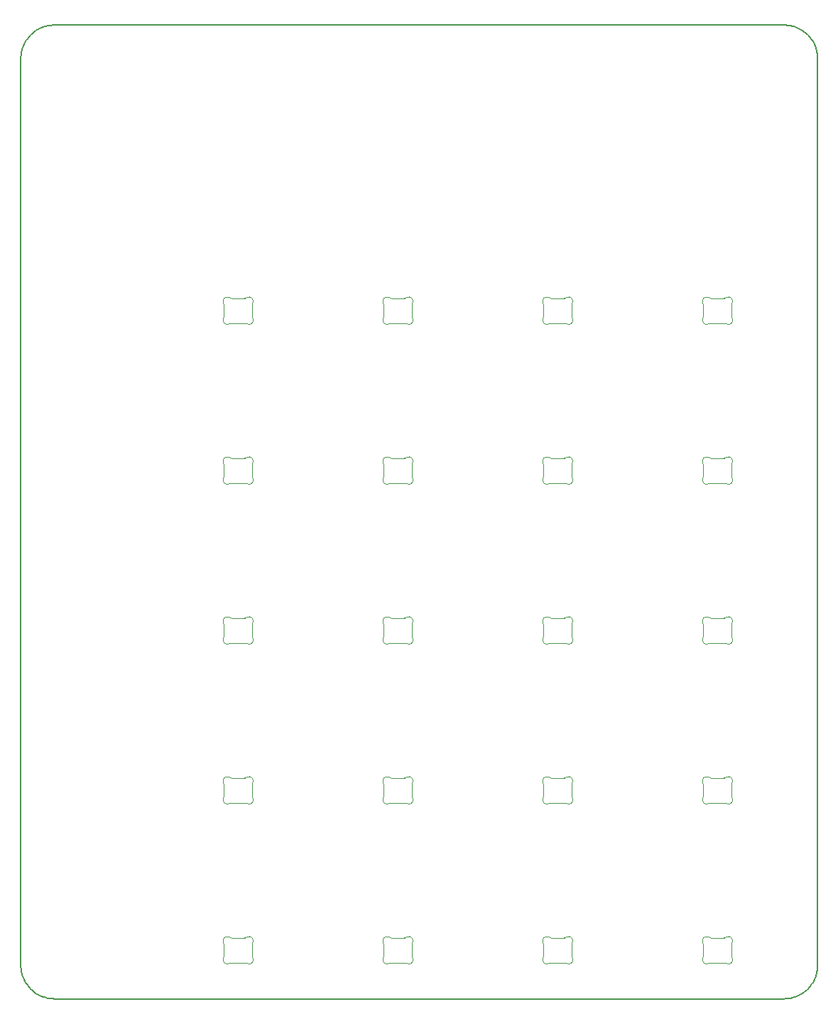
<source format=gbr>
%TF.GenerationSoftware,KiCad,Pcbnew,8.0.5*%
%TF.CreationDate,2024-11-15T15:43:02-05:00*%
%TF.ProjectId,bytesized_macropad,62797465-7369-47a6-9564-5f6d6163726f,rev?*%
%TF.SameCoordinates,Original*%
%TF.FileFunction,Profile,NP*%
%FSLAX46Y46*%
G04 Gerber Fmt 4.6, Leading zero omitted, Abs format (unit mm)*
G04 Created by KiCad (PCBNEW 8.0.5) date 2024-11-15 15:43:02*
%MOMM*%
%LPD*%
G01*
G04 APERTURE LIST*
%TA.AperFunction,Profile*%
%ADD10C,0.200000*%
%TD*%
%TA.AperFunction,Profile*%
%ADD11C,0.100000*%
%TD*%
G04 APERTURE END LIST*
D10*
X182128348Y-30752514D02*
X182325351Y-30767171D01*
X182520680Y-30791434D01*
X182714006Y-30825167D01*
X182905003Y-30868234D01*
X183093342Y-30920499D01*
X183278696Y-30981826D01*
X183460736Y-31052080D01*
X183639134Y-31131125D01*
X183813564Y-31218825D01*
X183983697Y-31315044D01*
X184149205Y-31419646D01*
X184309760Y-31532495D01*
X184465034Y-31653457D01*
X184614700Y-31782394D01*
X184758430Y-31919172D01*
X184895207Y-32062901D01*
X185024144Y-32212567D01*
X185145106Y-32367841D01*
X185257955Y-32528396D01*
X185362557Y-32693904D01*
X185458775Y-32864036D01*
X185546475Y-33038465D01*
X185625519Y-33216864D01*
X185695773Y-33398904D01*
X185757100Y-33584257D01*
X185809364Y-33772596D01*
X185852431Y-33963592D01*
X185886164Y-34156918D01*
X185910426Y-34352247D01*
X185925084Y-34549249D01*
X185930000Y-34747598D01*
X185930000Y-142747602D01*
X185925084Y-142945950D01*
X185910426Y-143142953D01*
X185886164Y-143338281D01*
X185852431Y-143531607D01*
X185809364Y-143722603D01*
X185757100Y-143910942D01*
X185695773Y-144096295D01*
X185625519Y-144278335D01*
X185546475Y-144456733D01*
X185458775Y-144631163D01*
X185362557Y-144801296D01*
X185257955Y-144966804D01*
X185145106Y-145127359D01*
X185024144Y-145282634D01*
X184895207Y-145432301D01*
X184758430Y-145576032D01*
X184614700Y-145712810D01*
X184465034Y-145841749D01*
X184309760Y-145962710D01*
X184149205Y-146075560D01*
X183983697Y-146180162D01*
X183813564Y-146276381D01*
X183639134Y-146364080D01*
X183460736Y-146443124D01*
X183278696Y-146513377D01*
X183093342Y-146574704D01*
X182905003Y-146626968D01*
X182714006Y-146670034D01*
X182520680Y-146703766D01*
X182325351Y-146728029D01*
X182128348Y-146742686D01*
X181930000Y-146747602D01*
X94930000Y-146747602D01*
X94731651Y-146742686D01*
X94534648Y-146728029D01*
X94339320Y-146703766D01*
X94145994Y-146670034D01*
X93954997Y-146626968D01*
X93766659Y-146574704D01*
X93581305Y-146513377D01*
X93399266Y-146443124D01*
X93220867Y-146364080D01*
X93046438Y-146276381D01*
X92876305Y-146180162D01*
X92710798Y-146075560D01*
X92550243Y-145962710D01*
X92394969Y-145841749D01*
X92245303Y-145712810D01*
X92101573Y-145576032D01*
X91964796Y-145432301D01*
X91835859Y-145282634D01*
X91714897Y-145127359D01*
X91602048Y-144966804D01*
X91497445Y-144801296D01*
X91401226Y-144631163D01*
X91313527Y-144456733D01*
X91234482Y-144278335D01*
X91164228Y-144096295D01*
X91102901Y-143910942D01*
X91050636Y-143722603D01*
X91007569Y-143531607D01*
X90973836Y-143338281D01*
X90949573Y-143142953D01*
X90934916Y-142945950D01*
X90930000Y-142747602D01*
X90930000Y-34747598D01*
X90934916Y-34549249D01*
X90949573Y-34352247D01*
X90973836Y-34156918D01*
X91007569Y-33963592D01*
X91050636Y-33772596D01*
X91102901Y-33584257D01*
X91164228Y-33398904D01*
X91234482Y-33216864D01*
X91313527Y-33038465D01*
X91401226Y-32864036D01*
X91497445Y-32693904D01*
X91602048Y-32528396D01*
X91714897Y-32367841D01*
X91835859Y-32212567D01*
X91964796Y-32062901D01*
X92101573Y-31919172D01*
X92245303Y-31782394D01*
X92394969Y-31653457D01*
X92550243Y-31532495D01*
X92710798Y-31419646D01*
X92876305Y-31315044D01*
X93046438Y-31218825D01*
X93220867Y-31131125D01*
X93399266Y-31052080D01*
X93581305Y-30981826D01*
X93766659Y-30920499D01*
X93954997Y-30868234D01*
X94145994Y-30825167D01*
X94339320Y-30791434D01*
X94534648Y-30767171D01*
X94731651Y-30752514D01*
X94930000Y-30747598D01*
X181930000Y-30747598D01*
X182128348Y-30752514D01*
D11*
%TO.C,LED14*%
X153240001Y-122622841D02*
X153240001Y-121217157D01*
X154145548Y-120420000D02*
X155734453Y-120420000D01*
X155734452Y-123419999D02*
X154145548Y-123419999D01*
X156639999Y-121217157D02*
X156639999Y-122622841D01*
X153190516Y-121000279D02*
G75*
G02*
X153240001Y-121217157I-450505J-216876D01*
G01*
X153190516Y-121000279D02*
G75*
G02*
X153893289Y-120351700I450515J216878D01*
G01*
X153240001Y-122622842D02*
G75*
G02*
X153190516Y-122839719I-499990J-1D01*
G01*
X153893289Y-123488296D02*
G75*
G02*
X153190516Y-122839719I-252258J431700D01*
G01*
X153893290Y-123488298D02*
G75*
G02*
X154145548Y-123419999I252261J-431710D01*
G01*
X154145547Y-120419999D02*
G75*
G02*
X153893289Y-120351700I3J500009D01*
G01*
X155734452Y-123419999D02*
G75*
G02*
X155986711Y-123488298I-2J-500011D01*
G01*
X155986711Y-120351701D02*
G75*
G02*
X155734453Y-120420000I-252261J431711D01*
G01*
X155986711Y-120351701D02*
G75*
G02*
X156689483Y-121000279I252259J-431699D01*
G01*
X156639999Y-121217156D02*
G75*
G02*
X156689482Y-121000278I499941J16D01*
G01*
X156689484Y-122839718D02*
G75*
G02*
X155986711Y-123488298I-450514J-216880D01*
G01*
X156689484Y-122839719D02*
G75*
G02*
X156640009Y-122622841I449916J216719D01*
G01*
%TO.C,LED9*%
X115140001Y-103572841D02*
X115140001Y-102167157D01*
X116045548Y-101370000D02*
X117634453Y-101370000D01*
X117634452Y-104369999D02*
X116045548Y-104369999D01*
X118539999Y-102167157D02*
X118539999Y-103572841D01*
X115090516Y-101950279D02*
G75*
G02*
X115140001Y-102167157I-450505J-216876D01*
G01*
X115090516Y-101950279D02*
G75*
G02*
X115793289Y-101301700I450515J216878D01*
G01*
X115140001Y-103572842D02*
G75*
G02*
X115090516Y-103789719I-499990J-1D01*
G01*
X115793289Y-104438296D02*
G75*
G02*
X115090516Y-103789719I-252258J431700D01*
G01*
X115793290Y-104438298D02*
G75*
G02*
X116045548Y-104369999I252261J-431710D01*
G01*
X116045547Y-101369999D02*
G75*
G02*
X115793289Y-101301700I3J500009D01*
G01*
X117634452Y-104369999D02*
G75*
G02*
X117886711Y-104438298I-2J-500011D01*
G01*
X117886711Y-101301701D02*
G75*
G02*
X117634453Y-101370000I-252261J431711D01*
G01*
X117886711Y-101301701D02*
G75*
G02*
X118589483Y-101950279I252259J-431699D01*
G01*
X118539999Y-102167156D02*
G75*
G02*
X118589482Y-101950278I499941J16D01*
G01*
X118589484Y-103789718D02*
G75*
G02*
X117886711Y-104438298I-450514J-216880D01*
G01*
X118589484Y-103789719D02*
G75*
G02*
X118540009Y-103572841I449916J216719D01*
G01*
%TO.C,LED20*%
X172290001Y-141672841D02*
X172290001Y-140267157D01*
X173195548Y-139470000D02*
X174784453Y-139470000D01*
X174784452Y-142469999D02*
X173195548Y-142469999D01*
X175689999Y-140267157D02*
X175689999Y-141672841D01*
X172240516Y-140050279D02*
G75*
G02*
X172290001Y-140267157I-450505J-216876D01*
G01*
X172240516Y-140050279D02*
G75*
G02*
X172943289Y-139401700I450515J216878D01*
G01*
X172290001Y-141672842D02*
G75*
G02*
X172240516Y-141889719I-499990J-1D01*
G01*
X172943289Y-142538296D02*
G75*
G02*
X172240516Y-141889719I-252258J431700D01*
G01*
X172943290Y-142538298D02*
G75*
G02*
X173195548Y-142469999I252261J-431710D01*
G01*
X173195547Y-139469999D02*
G75*
G02*
X172943289Y-139401700I3J500009D01*
G01*
X174784452Y-142469999D02*
G75*
G02*
X175036711Y-142538298I-2J-500011D01*
G01*
X175036711Y-139401701D02*
G75*
G02*
X174784453Y-139470000I-252261J431711D01*
G01*
X175036711Y-139401701D02*
G75*
G02*
X175739483Y-140050279I252259J-431699D01*
G01*
X175689999Y-140267156D02*
G75*
G02*
X175739482Y-140050278I499941J16D01*
G01*
X175739484Y-141889718D02*
G75*
G02*
X175036711Y-142538298I-450514J-216880D01*
G01*
X175739484Y-141889719D02*
G75*
G02*
X175690009Y-141672841I449916J216719D01*
G01*
%TO.C,LED3*%
X153240001Y-65472841D02*
X153240001Y-64067157D01*
X154145548Y-63270000D02*
X155734453Y-63270000D01*
X155734452Y-66269999D02*
X154145548Y-66269999D01*
X156639999Y-64067157D02*
X156639999Y-65472841D01*
X153190516Y-63850279D02*
G75*
G02*
X153240001Y-64067157I-450505J-216876D01*
G01*
X153190516Y-63850279D02*
G75*
G02*
X153893289Y-63201700I450515J216878D01*
G01*
X153240001Y-65472842D02*
G75*
G02*
X153190516Y-65689719I-499990J-1D01*
G01*
X153893289Y-66338296D02*
G75*
G02*
X153190516Y-65689719I-252258J431700D01*
G01*
X153893290Y-66338298D02*
G75*
G02*
X154145548Y-66269999I252261J-431710D01*
G01*
X154145547Y-63269999D02*
G75*
G02*
X153893289Y-63201700I3J500009D01*
G01*
X155734452Y-66269999D02*
G75*
G02*
X155986711Y-66338298I-2J-500011D01*
G01*
X155986711Y-63201701D02*
G75*
G02*
X155734453Y-63270000I-252261J431711D01*
G01*
X155986711Y-63201701D02*
G75*
G02*
X156689483Y-63850279I252259J-431699D01*
G01*
X156639999Y-64067156D02*
G75*
G02*
X156689482Y-63850278I499941J16D01*
G01*
X156689484Y-65689718D02*
G75*
G02*
X155986711Y-66338298I-450514J-216880D01*
G01*
X156689484Y-65689719D02*
G75*
G02*
X156640009Y-65472841I449916J216719D01*
G01*
%TO.C,LED6*%
X153240001Y-84522841D02*
X153240001Y-83117157D01*
X154145548Y-82320000D02*
X155734453Y-82320000D01*
X155734452Y-85319999D02*
X154145548Y-85319999D01*
X156639999Y-83117157D02*
X156639999Y-84522841D01*
X153190516Y-82900279D02*
G75*
G02*
X153240001Y-83117157I-450505J-216876D01*
G01*
X153190516Y-82900279D02*
G75*
G02*
X153893289Y-82251700I450515J216878D01*
G01*
X153240001Y-84522842D02*
G75*
G02*
X153190516Y-84739719I-499990J-1D01*
G01*
X153893289Y-85388296D02*
G75*
G02*
X153190516Y-84739719I-252258J431700D01*
G01*
X153893290Y-85388298D02*
G75*
G02*
X154145548Y-85319999I252261J-431710D01*
G01*
X154145547Y-82319999D02*
G75*
G02*
X153893289Y-82251700I3J500009D01*
G01*
X155734452Y-85319999D02*
G75*
G02*
X155986711Y-85388298I-2J-500011D01*
G01*
X155986711Y-82251701D02*
G75*
G02*
X155734453Y-82320000I-252261J431711D01*
G01*
X155986711Y-82251701D02*
G75*
G02*
X156689483Y-82900279I252259J-431699D01*
G01*
X156639999Y-83117156D02*
G75*
G02*
X156689482Y-82900278I499941J16D01*
G01*
X156689484Y-84739718D02*
G75*
G02*
X155986711Y-85388298I-450514J-216880D01*
G01*
X156689484Y-84739719D02*
G75*
G02*
X156640009Y-84522841I449916J216719D01*
G01*
%TO.C,LED11*%
X153240001Y-103572841D02*
X153240001Y-102167157D01*
X154145548Y-101370000D02*
X155734453Y-101370000D01*
X155734452Y-104369999D02*
X154145548Y-104369999D01*
X156639999Y-102167157D02*
X156639999Y-103572841D01*
X153190516Y-101950279D02*
G75*
G02*
X153240001Y-102167157I-450505J-216876D01*
G01*
X153190516Y-101950279D02*
G75*
G02*
X153893289Y-101301700I450515J216878D01*
G01*
X153240001Y-103572842D02*
G75*
G02*
X153190516Y-103789719I-499990J-1D01*
G01*
X153893289Y-104438296D02*
G75*
G02*
X153190516Y-103789719I-252258J431700D01*
G01*
X153893290Y-104438298D02*
G75*
G02*
X154145548Y-104369999I252261J-431710D01*
G01*
X154145547Y-101369999D02*
G75*
G02*
X153893289Y-101301700I3J500009D01*
G01*
X155734452Y-104369999D02*
G75*
G02*
X155986711Y-104438298I-2J-500011D01*
G01*
X155986711Y-101301701D02*
G75*
G02*
X155734453Y-101370000I-252261J431711D01*
G01*
X155986711Y-101301701D02*
G75*
G02*
X156689483Y-101950279I252259J-431699D01*
G01*
X156639999Y-102167156D02*
G75*
G02*
X156689482Y-101950278I499941J16D01*
G01*
X156689484Y-103789718D02*
G75*
G02*
X155986711Y-104438298I-450514J-216880D01*
G01*
X156689484Y-103789719D02*
G75*
G02*
X156640009Y-103572841I449916J216719D01*
G01*
%TO.C,LED5*%
X172290001Y-84522841D02*
X172290001Y-83117157D01*
X173195548Y-82320000D02*
X174784453Y-82320000D01*
X174784452Y-85319999D02*
X173195548Y-85319999D01*
X175689999Y-83117157D02*
X175689999Y-84522841D01*
X172240516Y-82900279D02*
G75*
G02*
X172290001Y-83117157I-450505J-216876D01*
G01*
X172240516Y-82900279D02*
G75*
G02*
X172943289Y-82251700I450515J216878D01*
G01*
X172290001Y-84522842D02*
G75*
G02*
X172240516Y-84739719I-499990J-1D01*
G01*
X172943289Y-85388296D02*
G75*
G02*
X172240516Y-84739719I-252258J431700D01*
G01*
X172943290Y-85388298D02*
G75*
G02*
X173195548Y-85319999I252261J-431710D01*
G01*
X173195547Y-82319999D02*
G75*
G02*
X172943289Y-82251700I3J500009D01*
G01*
X174784452Y-85319999D02*
G75*
G02*
X175036711Y-85388298I-2J-500011D01*
G01*
X175036711Y-82251701D02*
G75*
G02*
X174784453Y-82320000I-252261J431711D01*
G01*
X175036711Y-82251701D02*
G75*
G02*
X175739483Y-82900279I252259J-431699D01*
G01*
X175689999Y-83117156D02*
G75*
G02*
X175739482Y-82900278I499941J16D01*
G01*
X175739484Y-84739718D02*
G75*
G02*
X175036711Y-85388298I-450514J-216880D01*
G01*
X175739484Y-84739719D02*
G75*
G02*
X175690009Y-84522841I449916J216719D01*
G01*
%TO.C,LED17*%
X115140001Y-141672841D02*
X115140001Y-140267157D01*
X116045548Y-139470000D02*
X117634453Y-139470000D01*
X117634452Y-142469999D02*
X116045548Y-142469999D01*
X118539999Y-140267157D02*
X118539999Y-141672841D01*
X115090516Y-140050279D02*
G75*
G02*
X115140001Y-140267157I-450505J-216876D01*
G01*
X115090516Y-140050279D02*
G75*
G02*
X115793289Y-139401700I450515J216878D01*
G01*
X115140001Y-141672842D02*
G75*
G02*
X115090516Y-141889719I-499990J-1D01*
G01*
X115793289Y-142538296D02*
G75*
G02*
X115090516Y-141889719I-252258J431700D01*
G01*
X115793290Y-142538298D02*
G75*
G02*
X116045548Y-142469999I252261J-431710D01*
G01*
X116045547Y-139469999D02*
G75*
G02*
X115793289Y-139401700I3J500009D01*
G01*
X117634452Y-142469999D02*
G75*
G02*
X117886711Y-142538298I-2J-500011D01*
G01*
X117886711Y-139401701D02*
G75*
G02*
X117634453Y-139470000I-252261J431711D01*
G01*
X117886711Y-139401701D02*
G75*
G02*
X118589483Y-140050279I252259J-431699D01*
G01*
X118539999Y-140267156D02*
G75*
G02*
X118589482Y-140050278I499941J16D01*
G01*
X118589484Y-141889718D02*
G75*
G02*
X117886711Y-142538298I-450514J-216880D01*
G01*
X118589484Y-141889719D02*
G75*
G02*
X118540009Y-141672841I449916J216719D01*
G01*
%TO.C,LED16*%
X115140001Y-122622841D02*
X115140001Y-121217157D01*
X116045548Y-120420000D02*
X117634453Y-120420000D01*
X117634452Y-123419999D02*
X116045548Y-123419999D01*
X118539999Y-121217157D02*
X118539999Y-122622841D01*
X115090516Y-121000279D02*
G75*
G02*
X115140001Y-121217157I-450505J-216876D01*
G01*
X115090516Y-121000279D02*
G75*
G02*
X115793289Y-120351700I450515J216878D01*
G01*
X115140001Y-122622842D02*
G75*
G02*
X115090516Y-122839719I-499990J-1D01*
G01*
X115793289Y-123488296D02*
G75*
G02*
X115090516Y-122839719I-252258J431700D01*
G01*
X115793290Y-123488298D02*
G75*
G02*
X116045548Y-123419999I252261J-431710D01*
G01*
X116045547Y-120419999D02*
G75*
G02*
X115793289Y-120351700I3J500009D01*
G01*
X117634452Y-123419999D02*
G75*
G02*
X117886711Y-123488298I-2J-500011D01*
G01*
X117886711Y-120351701D02*
G75*
G02*
X117634453Y-120420000I-252261J431711D01*
G01*
X117886711Y-120351701D02*
G75*
G02*
X118589483Y-121000279I252259J-431699D01*
G01*
X118539999Y-121217156D02*
G75*
G02*
X118589482Y-121000278I499941J16D01*
G01*
X118589484Y-122839718D02*
G75*
G02*
X117886711Y-123488298I-450514J-216880D01*
G01*
X118589484Y-122839719D02*
G75*
G02*
X118540009Y-122622841I449916J216719D01*
G01*
%TO.C,LED13*%
X172290001Y-122622841D02*
X172290001Y-121217157D01*
X173195548Y-120420000D02*
X174784453Y-120420000D01*
X174784452Y-123419999D02*
X173195548Y-123419999D01*
X175689999Y-121217157D02*
X175689999Y-122622841D01*
X172240516Y-121000279D02*
G75*
G02*
X172290001Y-121217157I-450505J-216876D01*
G01*
X172240516Y-121000279D02*
G75*
G02*
X172943289Y-120351700I450515J216878D01*
G01*
X172290001Y-122622842D02*
G75*
G02*
X172240516Y-122839719I-499990J-1D01*
G01*
X172943289Y-123488296D02*
G75*
G02*
X172240516Y-122839719I-252258J431700D01*
G01*
X172943290Y-123488298D02*
G75*
G02*
X173195548Y-123419999I252261J-431710D01*
G01*
X173195547Y-120419999D02*
G75*
G02*
X172943289Y-120351700I3J500009D01*
G01*
X174784452Y-123419999D02*
G75*
G02*
X175036711Y-123488298I-2J-500011D01*
G01*
X175036711Y-120351701D02*
G75*
G02*
X174784453Y-120420000I-252261J431711D01*
G01*
X175036711Y-120351701D02*
G75*
G02*
X175739483Y-121000279I252259J-431699D01*
G01*
X175689999Y-121217156D02*
G75*
G02*
X175739482Y-121000278I499941J16D01*
G01*
X175739484Y-122839718D02*
G75*
G02*
X175036711Y-123488298I-450514J-216880D01*
G01*
X175739484Y-122839719D02*
G75*
G02*
X175690009Y-122622841I449916J216719D01*
G01*
%TO.C,LED1*%
X115140001Y-65472841D02*
X115140001Y-64067157D01*
X116045548Y-63270000D02*
X117634453Y-63270000D01*
X117634452Y-66269999D02*
X116045548Y-66269999D01*
X118539999Y-64067157D02*
X118539999Y-65472841D01*
X115090516Y-63850279D02*
G75*
G02*
X115140001Y-64067157I-450505J-216876D01*
G01*
X115090516Y-63850279D02*
G75*
G02*
X115793289Y-63201700I450515J216878D01*
G01*
X115140001Y-65472842D02*
G75*
G02*
X115090516Y-65689719I-499990J-1D01*
G01*
X115793289Y-66338296D02*
G75*
G02*
X115090516Y-65689719I-252258J431700D01*
G01*
X115793290Y-66338298D02*
G75*
G02*
X116045548Y-66269999I252261J-431710D01*
G01*
X116045547Y-63269999D02*
G75*
G02*
X115793289Y-63201700I3J500009D01*
G01*
X117634452Y-66269999D02*
G75*
G02*
X117886711Y-66338298I-2J-500011D01*
G01*
X117886711Y-63201701D02*
G75*
G02*
X117634453Y-63270000I-252261J431711D01*
G01*
X117886711Y-63201701D02*
G75*
G02*
X118589483Y-63850279I252259J-431699D01*
G01*
X118539999Y-64067156D02*
G75*
G02*
X118589482Y-63850278I499941J16D01*
G01*
X118589484Y-65689718D02*
G75*
G02*
X117886711Y-66338298I-450514J-216880D01*
G01*
X118589484Y-65689719D02*
G75*
G02*
X118540009Y-65472841I449916J216719D01*
G01*
%TO.C,LED2*%
X134190001Y-65472841D02*
X134190001Y-64067157D01*
X135095548Y-63270000D02*
X136684453Y-63270000D01*
X136684452Y-66269999D02*
X135095548Y-66269999D01*
X137589999Y-64067157D02*
X137589999Y-65472841D01*
X134140516Y-63850279D02*
G75*
G02*
X134190001Y-64067157I-450505J-216876D01*
G01*
X134140516Y-63850279D02*
G75*
G02*
X134843289Y-63201700I450515J216878D01*
G01*
X134190001Y-65472842D02*
G75*
G02*
X134140516Y-65689719I-499990J-1D01*
G01*
X134843289Y-66338296D02*
G75*
G02*
X134140516Y-65689719I-252258J431700D01*
G01*
X134843290Y-66338298D02*
G75*
G02*
X135095548Y-66269999I252261J-431710D01*
G01*
X135095547Y-63269999D02*
G75*
G02*
X134843289Y-63201700I3J500009D01*
G01*
X136684452Y-66269999D02*
G75*
G02*
X136936711Y-66338298I-2J-500011D01*
G01*
X136936711Y-63201701D02*
G75*
G02*
X136684453Y-63270000I-252261J431711D01*
G01*
X136936711Y-63201701D02*
G75*
G02*
X137639483Y-63850279I252259J-431699D01*
G01*
X137589999Y-64067156D02*
G75*
G02*
X137639482Y-63850278I499941J16D01*
G01*
X137639484Y-65689718D02*
G75*
G02*
X136936711Y-66338298I-450514J-216880D01*
G01*
X137639484Y-65689719D02*
G75*
G02*
X137590009Y-65472841I449916J216719D01*
G01*
%TO.C,LED4*%
X172290001Y-65472841D02*
X172290001Y-64067157D01*
X173195548Y-63270000D02*
X174784453Y-63270000D01*
X174784452Y-66269999D02*
X173195548Y-66269999D01*
X175689999Y-64067157D02*
X175689999Y-65472841D01*
X172240516Y-63850279D02*
G75*
G02*
X172290001Y-64067157I-450505J-216876D01*
G01*
X172240516Y-63850279D02*
G75*
G02*
X172943289Y-63201700I450515J216878D01*
G01*
X172290001Y-65472842D02*
G75*
G02*
X172240516Y-65689719I-499990J-1D01*
G01*
X172943289Y-66338296D02*
G75*
G02*
X172240516Y-65689719I-252258J431700D01*
G01*
X172943290Y-66338298D02*
G75*
G02*
X173195548Y-66269999I252261J-431710D01*
G01*
X173195547Y-63269999D02*
G75*
G02*
X172943289Y-63201700I3J500009D01*
G01*
X174784452Y-66269999D02*
G75*
G02*
X175036711Y-66338298I-2J-500011D01*
G01*
X175036711Y-63201701D02*
G75*
G02*
X174784453Y-63270000I-252261J431711D01*
G01*
X175036711Y-63201701D02*
G75*
G02*
X175739483Y-63850279I252259J-431699D01*
G01*
X175689999Y-64067156D02*
G75*
G02*
X175739482Y-63850278I499941J16D01*
G01*
X175739484Y-65689718D02*
G75*
G02*
X175036711Y-66338298I-450514J-216880D01*
G01*
X175739484Y-65689719D02*
G75*
G02*
X175690009Y-65472841I449916J216719D01*
G01*
%TO.C,LED10*%
X134190001Y-103572841D02*
X134190001Y-102167157D01*
X135095548Y-101370000D02*
X136684453Y-101370000D01*
X136684452Y-104369999D02*
X135095548Y-104369999D01*
X137589999Y-102167157D02*
X137589999Y-103572841D01*
X134140516Y-101950279D02*
G75*
G02*
X134190001Y-102167157I-450505J-216876D01*
G01*
X134140516Y-101950279D02*
G75*
G02*
X134843289Y-101301700I450515J216878D01*
G01*
X134190001Y-103572842D02*
G75*
G02*
X134140516Y-103789719I-499990J-1D01*
G01*
X134843289Y-104438296D02*
G75*
G02*
X134140516Y-103789719I-252258J431700D01*
G01*
X134843290Y-104438298D02*
G75*
G02*
X135095548Y-104369999I252261J-431710D01*
G01*
X135095547Y-101369999D02*
G75*
G02*
X134843289Y-101301700I3J500009D01*
G01*
X136684452Y-104369999D02*
G75*
G02*
X136936711Y-104438298I-2J-500011D01*
G01*
X136936711Y-101301701D02*
G75*
G02*
X136684453Y-101370000I-252261J431711D01*
G01*
X136936711Y-101301701D02*
G75*
G02*
X137639483Y-101950279I252259J-431699D01*
G01*
X137589999Y-102167156D02*
G75*
G02*
X137639482Y-101950278I499941J16D01*
G01*
X137639484Y-103789718D02*
G75*
G02*
X136936711Y-104438298I-450514J-216880D01*
G01*
X137639484Y-103789719D02*
G75*
G02*
X137590009Y-103572841I449916J216719D01*
G01*
%TO.C,LED21*%
X153240001Y-141672841D02*
X153240001Y-140267157D01*
X154145548Y-139470000D02*
X155734453Y-139470000D01*
X155734452Y-142469999D02*
X154145548Y-142469999D01*
X156639999Y-140267157D02*
X156639999Y-141672841D01*
X153190516Y-140050279D02*
G75*
G02*
X153240001Y-140267157I-450505J-216876D01*
G01*
X153190516Y-140050279D02*
G75*
G02*
X153893289Y-139401700I450515J216878D01*
G01*
X153240001Y-141672842D02*
G75*
G02*
X153190516Y-141889719I-499990J-1D01*
G01*
X153893289Y-142538296D02*
G75*
G02*
X153190516Y-141889719I-252258J431700D01*
G01*
X153893290Y-142538298D02*
G75*
G02*
X154145548Y-142469999I252261J-431710D01*
G01*
X154145547Y-139469999D02*
G75*
G02*
X153893289Y-139401700I3J500009D01*
G01*
X155734452Y-142469999D02*
G75*
G02*
X155986711Y-142538298I-2J-500011D01*
G01*
X155986711Y-139401701D02*
G75*
G02*
X155734453Y-139470000I-252261J431711D01*
G01*
X155986711Y-139401701D02*
G75*
G02*
X156689483Y-140050279I252259J-431699D01*
G01*
X156639999Y-140267156D02*
G75*
G02*
X156689482Y-140050278I499941J16D01*
G01*
X156689484Y-141889718D02*
G75*
G02*
X155986711Y-142538298I-450514J-216880D01*
G01*
X156689484Y-141889719D02*
G75*
G02*
X156640009Y-141672841I449916J216719D01*
G01*
%TO.C,LED8*%
X115140001Y-84522841D02*
X115140001Y-83117157D01*
X116045548Y-82320000D02*
X117634453Y-82320000D01*
X117634452Y-85319999D02*
X116045548Y-85319999D01*
X118539999Y-83117157D02*
X118539999Y-84522841D01*
X115090516Y-82900279D02*
G75*
G02*
X115140001Y-83117157I-450505J-216876D01*
G01*
X115090516Y-82900279D02*
G75*
G02*
X115793289Y-82251700I450515J216878D01*
G01*
X115140001Y-84522842D02*
G75*
G02*
X115090516Y-84739719I-499990J-1D01*
G01*
X115793289Y-85388296D02*
G75*
G02*
X115090516Y-84739719I-252258J431700D01*
G01*
X115793290Y-85388298D02*
G75*
G02*
X116045548Y-85319999I252261J-431710D01*
G01*
X116045547Y-82319999D02*
G75*
G02*
X115793289Y-82251700I3J500009D01*
G01*
X117634452Y-85319999D02*
G75*
G02*
X117886711Y-85388298I-2J-500011D01*
G01*
X117886711Y-82251701D02*
G75*
G02*
X117634453Y-82320000I-252261J431711D01*
G01*
X117886711Y-82251701D02*
G75*
G02*
X118589483Y-82900279I252259J-431699D01*
G01*
X118539999Y-83117156D02*
G75*
G02*
X118589482Y-82900278I499941J16D01*
G01*
X118589484Y-84739718D02*
G75*
G02*
X117886711Y-85388298I-450514J-216880D01*
G01*
X118589484Y-84739719D02*
G75*
G02*
X118540009Y-84522841I449916J216719D01*
G01*
%TO.C,LED18*%
X134190001Y-141672841D02*
X134190001Y-140267157D01*
X135095548Y-139470000D02*
X136684453Y-139470000D01*
X136684452Y-142469999D02*
X135095548Y-142469999D01*
X137589999Y-140267157D02*
X137589999Y-141672841D01*
X134140516Y-140050279D02*
G75*
G02*
X134190001Y-140267157I-450505J-216876D01*
G01*
X134140516Y-140050279D02*
G75*
G02*
X134843289Y-139401700I450515J216878D01*
G01*
X134190001Y-141672842D02*
G75*
G02*
X134140516Y-141889719I-499990J-1D01*
G01*
X134843289Y-142538296D02*
G75*
G02*
X134140516Y-141889719I-252258J431700D01*
G01*
X134843290Y-142538298D02*
G75*
G02*
X135095548Y-142469999I252261J-431710D01*
G01*
X135095547Y-139469999D02*
G75*
G02*
X134843289Y-139401700I3J500009D01*
G01*
X136684452Y-142469999D02*
G75*
G02*
X136936711Y-142538298I-2J-500011D01*
G01*
X136936711Y-139401701D02*
G75*
G02*
X136684453Y-139470000I-252261J431711D01*
G01*
X136936711Y-139401701D02*
G75*
G02*
X137639483Y-140050279I252259J-431699D01*
G01*
X137589999Y-140267156D02*
G75*
G02*
X137639482Y-140050278I499941J16D01*
G01*
X137639484Y-141889718D02*
G75*
G02*
X136936711Y-142538298I-450514J-216880D01*
G01*
X137639484Y-141889719D02*
G75*
G02*
X137590009Y-141672841I449916J216719D01*
G01*
%TO.C,LED7*%
X134190001Y-84522841D02*
X134190001Y-83117157D01*
X135095548Y-82320000D02*
X136684453Y-82320000D01*
X136684452Y-85319999D02*
X135095548Y-85319999D01*
X137589999Y-83117157D02*
X137589999Y-84522841D01*
X134140516Y-82900279D02*
G75*
G02*
X134190001Y-83117157I-450505J-216876D01*
G01*
X134140516Y-82900279D02*
G75*
G02*
X134843289Y-82251700I450515J216878D01*
G01*
X134190001Y-84522842D02*
G75*
G02*
X134140516Y-84739719I-499990J-1D01*
G01*
X134843289Y-85388296D02*
G75*
G02*
X134140516Y-84739719I-252258J431700D01*
G01*
X134843290Y-85388298D02*
G75*
G02*
X135095548Y-85319999I252261J-431710D01*
G01*
X135095547Y-82319999D02*
G75*
G02*
X134843289Y-82251700I3J500009D01*
G01*
X136684452Y-85319999D02*
G75*
G02*
X136936711Y-85388298I-2J-500011D01*
G01*
X136936711Y-82251701D02*
G75*
G02*
X136684453Y-82320000I-252261J431711D01*
G01*
X136936711Y-82251701D02*
G75*
G02*
X137639483Y-82900279I252259J-431699D01*
G01*
X137589999Y-83117156D02*
G75*
G02*
X137639482Y-82900278I499941J16D01*
G01*
X137639484Y-84739718D02*
G75*
G02*
X136936711Y-85388298I-450514J-216880D01*
G01*
X137639484Y-84739719D02*
G75*
G02*
X137590009Y-84522841I449916J216719D01*
G01*
%TO.C,LED12*%
X172290001Y-103572841D02*
X172290001Y-102167157D01*
X173195548Y-101370000D02*
X174784453Y-101370000D01*
X174784452Y-104369999D02*
X173195548Y-104369999D01*
X175689999Y-102167157D02*
X175689999Y-103572841D01*
X172240516Y-101950279D02*
G75*
G02*
X172290001Y-102167157I-450505J-216876D01*
G01*
X172240516Y-101950279D02*
G75*
G02*
X172943289Y-101301700I450515J216878D01*
G01*
X172290001Y-103572842D02*
G75*
G02*
X172240516Y-103789719I-499990J-1D01*
G01*
X172943289Y-104438296D02*
G75*
G02*
X172240516Y-103789719I-252258J431700D01*
G01*
X172943290Y-104438298D02*
G75*
G02*
X173195548Y-104369999I252261J-431710D01*
G01*
X173195547Y-101369999D02*
G75*
G02*
X172943289Y-101301700I3J500009D01*
G01*
X174784452Y-104369999D02*
G75*
G02*
X175036711Y-104438298I-2J-500011D01*
G01*
X175036711Y-101301701D02*
G75*
G02*
X174784453Y-101370000I-252261J431711D01*
G01*
X175036711Y-101301701D02*
G75*
G02*
X175739483Y-101950279I252259J-431699D01*
G01*
X175689999Y-102167156D02*
G75*
G02*
X175739482Y-101950278I499941J16D01*
G01*
X175739484Y-103789718D02*
G75*
G02*
X175036711Y-104438298I-450514J-216880D01*
G01*
X175739484Y-103789719D02*
G75*
G02*
X175690009Y-103572841I449916J216719D01*
G01*
%TO.C,LED15*%
X134190001Y-122622841D02*
X134190001Y-121217157D01*
X135095548Y-120420000D02*
X136684453Y-120420000D01*
X136684452Y-123419999D02*
X135095548Y-123419999D01*
X137589999Y-121217157D02*
X137589999Y-122622841D01*
X134140516Y-121000279D02*
G75*
G02*
X134190001Y-121217157I-450505J-216876D01*
G01*
X134140516Y-121000279D02*
G75*
G02*
X134843289Y-120351700I450515J216878D01*
G01*
X134190001Y-122622842D02*
G75*
G02*
X134140516Y-122839719I-499990J-1D01*
G01*
X134843289Y-123488296D02*
G75*
G02*
X134140516Y-122839719I-252258J431700D01*
G01*
X134843290Y-123488298D02*
G75*
G02*
X135095548Y-123419999I252261J-431710D01*
G01*
X135095547Y-120419999D02*
G75*
G02*
X134843289Y-120351700I3J500009D01*
G01*
X136684452Y-123419999D02*
G75*
G02*
X136936711Y-123488298I-2J-500011D01*
G01*
X136936711Y-120351701D02*
G75*
G02*
X136684453Y-120420000I-252261J431711D01*
G01*
X136936711Y-120351701D02*
G75*
G02*
X137639483Y-121000279I252259J-431699D01*
G01*
X137589999Y-121217156D02*
G75*
G02*
X137639482Y-121000278I499941J16D01*
G01*
X137639484Y-122839718D02*
G75*
G02*
X136936711Y-123488298I-450514J-216880D01*
G01*
X137639484Y-122839719D02*
G75*
G02*
X137590009Y-122622841I449916J216719D01*
G01*
%TD*%
M02*

</source>
